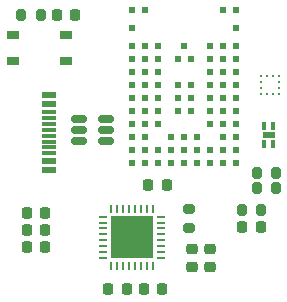
<source format=gtp>
G04 #@! TF.GenerationSoftware,KiCad,Pcbnew,8.0.6*
G04 #@! TF.CreationDate,2025-05-06T14:47:19+02:00*
G04 #@! TF.ProjectId,nRF5340,6e524635-3334-4302-9e6b-696361645f70,rev?*
G04 #@! TF.SameCoordinates,Original*
G04 #@! TF.FileFunction,Paste,Top*
G04 #@! TF.FilePolarity,Positive*
%FSLAX46Y46*%
G04 Gerber Fmt 4.6, Leading zero omitted, Abs format (unit mm)*
G04 Created by KiCad (PCBNEW 8.0.6) date 2025-05-06 14:47:19*
%MOMM*%
%LPD*%
G01*
G04 APERTURE LIST*
G04 Aperture macros list*
%AMRoundRect*
0 Rectangle with rounded corners*
0 $1 Rounding radius*
0 $2 $3 $4 $5 $6 $7 $8 $9 X,Y pos of 4 corners*
0 Add a 4 corners polygon primitive as box body*
4,1,4,$2,$3,$4,$5,$6,$7,$8,$9,$2,$3,0*
0 Add four circle primitives for the rounded corners*
1,1,$1+$1,$2,$3*
1,1,$1+$1,$4,$5*
1,1,$1+$1,$6,$7*
1,1,$1+$1,$8,$9*
0 Add four rect primitives between the rounded corners*
20,1,$1+$1,$2,$3,$4,$5,0*
20,1,$1+$1,$4,$5,$6,$7,0*
20,1,$1+$1,$6,$7,$8,$9,0*
20,1,$1+$1,$8,$9,$2,$3,0*%
G04 Aperture macros list end*
%ADD10C,0.000000*%
%ADD11RoundRect,0.225000X0.225000X0.250000X-0.225000X0.250000X-0.225000X-0.250000X0.225000X-0.250000X0*%
%ADD12RoundRect,0.200000X-0.200000X-0.275000X0.200000X-0.275000X0.200000X0.275000X-0.200000X0.275000X0*%
%ADD13RoundRect,0.225000X-0.250000X0.225000X-0.250000X-0.225000X0.250000X-0.225000X0.250000X0.225000X0*%
%ADD14RoundRect,0.225000X-0.225000X-0.250000X0.225000X-0.250000X0.225000X0.250000X-0.225000X0.250000X0*%
%ADD15R,0.254000X0.762000*%
%ADD16R,0.762000X0.254000*%
%ADD17R,3.606800X3.606800*%
%ADD18RoundRect,0.218750X0.218750X0.256250X-0.218750X0.256250X-0.218750X-0.256250X0.218750X-0.256250X0*%
%ADD19R,0.990600X0.711200*%
%ADD20R,0.600000X0.600000*%
%ADD21RoundRect,0.200000X0.200000X0.275000X-0.200000X0.275000X-0.200000X-0.275000X0.200000X-0.275000X0*%
%ADD22RoundRect,0.200000X0.275000X-0.200000X0.275000X0.200000X-0.275000X0.200000X-0.275000X-0.200000X0*%
%ADD23RoundRect,0.218750X-0.218750X-0.256250X0.218750X-0.256250X0.218750X0.256250X-0.218750X0.256250X0*%
%ADD24R,1.150000X0.600000*%
%ADD25R,1.150000X0.300000*%
%ADD26R,0.304800X0.711200*%
%ADD27R,1.092200X0.508000*%
%ADD28R,0.254000X0.279400*%
%ADD29R,0.279400X0.254000*%
%ADD30RoundRect,0.150000X-0.512500X-0.150000X0.512500X-0.150000X0.512500X0.150000X-0.512500X0.150000X0*%
G04 APERTURE END LIST*
D10*
G36*
X180040001Y-70445701D02*
G01*
X178436599Y-70445698D01*
X178436599Y-68842300D01*
X180039999Y-68842298D01*
X180040001Y-70445701D01*
G37*
G36*
X180039997Y-72249100D02*
G01*
X178436599Y-72249100D01*
X178436597Y-70645700D01*
X180040000Y-70645698D01*
X180039997Y-72249100D01*
G37*
G36*
X181843401Y-70445700D02*
G01*
X180239998Y-70445702D01*
X180240001Y-68842300D01*
X181843399Y-68842300D01*
X181843401Y-70445700D01*
G37*
G36*
X181843399Y-70645702D02*
G01*
X181843399Y-72249100D01*
X180239999Y-72249102D01*
X180239997Y-70645699D01*
X181843399Y-70645702D01*
G37*
D11*
X172800001Y-69900000D03*
X171249999Y-69900000D03*
D12*
X170775000Y-51750000D03*
X172425000Y-51750000D03*
D13*
X186730000Y-71534999D03*
X186730000Y-73085001D03*
D14*
X173774999Y-51750000D03*
X175325001Y-51750000D03*
D15*
X178390000Y-72971400D03*
X178890000Y-72971404D03*
X179389998Y-72971399D03*
X179889999Y-72971401D03*
X180390002Y-72971399D03*
X180890000Y-72971400D03*
X181389998Y-72971400D03*
X181889998Y-72971400D03*
D16*
X182565699Y-72295699D03*
X182565703Y-71795699D03*
X182565698Y-71295701D03*
X182565700Y-70795700D03*
X182565698Y-70295697D03*
X182565699Y-69795699D03*
X182565699Y-69295701D03*
X182565699Y-68795701D03*
D15*
X181889998Y-68120000D03*
X181389998Y-68119996D03*
X180890000Y-68120001D03*
X180389999Y-68119999D03*
X179889996Y-68120001D03*
X179389998Y-68120000D03*
X178890000Y-68120000D03*
X178390000Y-68120000D03*
D16*
X177714299Y-68795701D03*
X177714295Y-69295701D03*
X177714300Y-69795699D03*
X177714298Y-70295700D03*
X177714300Y-70795703D03*
X177714299Y-71295701D03*
X177714299Y-71795699D03*
X177714299Y-72295699D03*
D17*
X180139999Y-70545700D03*
D18*
X182717502Y-74939999D03*
X181142498Y-74940001D03*
D19*
X174550001Y-55599999D03*
X170049998Y-55599999D03*
X174550002Y-53450001D03*
X170049999Y-53450001D03*
D13*
X185230000Y-71514999D03*
X185230000Y-73065001D03*
D12*
X190700000Y-66400000D03*
X192350000Y-66400000D03*
X190700000Y-65075000D03*
X192350000Y-65075000D03*
D20*
X188975006Y-64224999D03*
X187875005Y-64225000D03*
X186775003Y-64224997D03*
X185675004Y-64225000D03*
X184575005Y-64225003D03*
X183475004Y-64225000D03*
X182375002Y-64225001D03*
X181275004Y-64225001D03*
X180175004Y-64224998D03*
X188975004Y-63125000D03*
X187875004Y-63125004D03*
X186775004Y-63125000D03*
X185675004Y-63125002D03*
X184575004Y-63125000D03*
X183475006Y-63125002D03*
X182375004Y-63125000D03*
X181275003Y-63124999D03*
X180175004Y-63125000D03*
X188975003Y-62025001D03*
X187875004Y-62025001D03*
X185675004Y-62025000D03*
X184575000Y-62025000D03*
X183475004Y-62025000D03*
X181275003Y-62025000D03*
X180175000Y-62025000D03*
X188975004Y-60925000D03*
X187875004Y-60925000D03*
X186775004Y-60925000D03*
X182375004Y-60925000D03*
X181275009Y-60924998D03*
X180175004Y-60925000D03*
X188975006Y-59824998D03*
X187875004Y-59825000D03*
X186775004Y-59825001D03*
X185125004Y-59825000D03*
X184025004Y-59825000D03*
X182375004Y-59825000D03*
X181275004Y-59825000D03*
X180175002Y-59825000D03*
X188975004Y-58725000D03*
X187875004Y-58725004D03*
X186775004Y-58725000D03*
X185125002Y-58725001D03*
X184025006Y-58724999D03*
X182375004Y-58725000D03*
X181275004Y-58724996D03*
X180175004Y-58725000D03*
X188975006Y-57625000D03*
X187875004Y-57625000D03*
X186775004Y-57625000D03*
X185125004Y-57625000D03*
X184025004Y-57625000D03*
X182375004Y-57624999D03*
X181275004Y-57625000D03*
X180175002Y-57625002D03*
X188975004Y-56525000D03*
X187874999Y-56525002D03*
X186775004Y-56525000D03*
X182375004Y-56525000D03*
X181275004Y-56525000D03*
X180175004Y-56525000D03*
X188975008Y-55425000D03*
X187875005Y-55425000D03*
X186775004Y-55425000D03*
X185125004Y-55425000D03*
X184025004Y-55425000D03*
X182375006Y-55425005D03*
X181275004Y-55424999D03*
X180175005Y-55424999D03*
X188975004Y-54325000D03*
X187875005Y-54325001D03*
X186775004Y-54325000D03*
X184575004Y-54325000D03*
X182375004Y-54325000D03*
X181275004Y-54324996D03*
X180175004Y-54325000D03*
X188975004Y-52825000D03*
X180175002Y-52824999D03*
X188975004Y-51325000D03*
X187875004Y-51325000D03*
X181275004Y-51325000D03*
X180175004Y-51325000D03*
D18*
X172822499Y-71405000D03*
X171247495Y-71404998D03*
D11*
X179695001Y-74930000D03*
X178144999Y-74930000D03*
D21*
X191075000Y-68225000D03*
X189425000Y-68225000D03*
D14*
X181524999Y-66100000D03*
X183075001Y-66100000D03*
D22*
X184975000Y-69765002D03*
X184975000Y-68115002D03*
D23*
X189462501Y-69649998D03*
X191037505Y-69650000D03*
D24*
X173112500Y-58490747D03*
X173112500Y-59290750D03*
D25*
X173112499Y-60440751D03*
X173112502Y-61440747D03*
X173112500Y-61940747D03*
X173112502Y-62940751D03*
D24*
X173112500Y-64090750D03*
X173112503Y-64890753D03*
D25*
X173112500Y-63440750D03*
X173112498Y-62440752D03*
X173112499Y-60940750D03*
X173112500Y-59940750D03*
D26*
X192125000Y-61149999D03*
X191324900Y-61149997D03*
X191324902Y-62648601D03*
X192125002Y-62648603D03*
D27*
X191724951Y-61899300D03*
D11*
X172799999Y-68524999D03*
X171249997Y-68524999D03*
D28*
X191086899Y-58412000D03*
X191586901Y-58412000D03*
X192086900Y-58412001D03*
X192586900Y-58412000D03*
D29*
X192598900Y-57899999D03*
X192598901Y-57400000D03*
D28*
X192586901Y-56888000D03*
X192086899Y-56888000D03*
X191586900Y-56887999D03*
X191086900Y-56888000D03*
D29*
X191074900Y-57400001D03*
X191074899Y-57900000D03*
D30*
X175702500Y-60500000D03*
X175702500Y-61450000D03*
X175702500Y-62400000D03*
X177977500Y-62400000D03*
X177977500Y-61450000D03*
X177977500Y-60500000D03*
M02*

</source>
